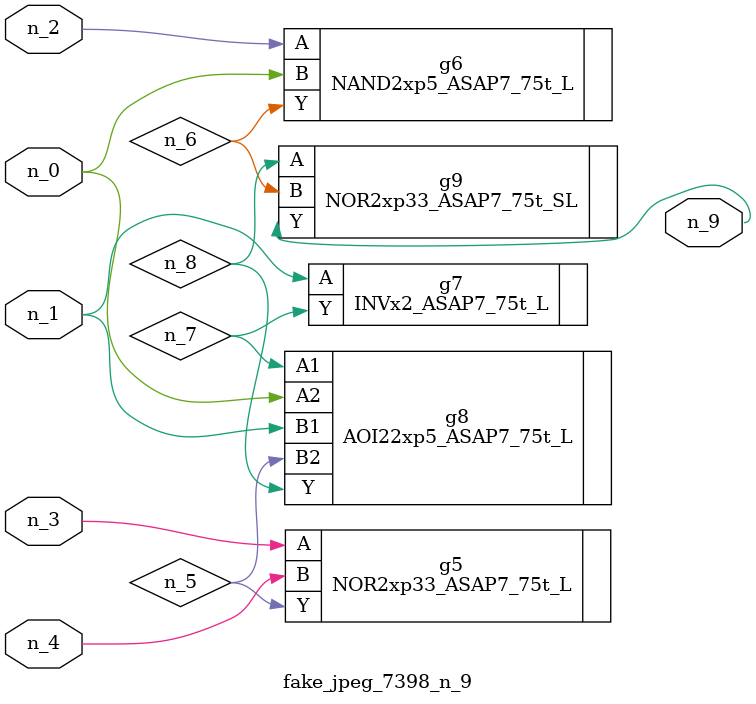
<source format=v>
module fake_jpeg_7398_n_9 (n_3, n_2, n_1, n_0, n_4, n_9);

input n_3;
input n_2;
input n_1;
input n_0;
input n_4;

output n_9;

wire n_8;
wire n_6;
wire n_5;
wire n_7;

NOR2xp33_ASAP7_75t_L g5 ( 
.A(n_3),
.B(n_4),
.Y(n_5)
);

NAND2xp5_ASAP7_75t_L g6 ( 
.A(n_2),
.B(n_0),
.Y(n_6)
);

INVx2_ASAP7_75t_L g7 ( 
.A(n_1),
.Y(n_7)
);

AOI22xp5_ASAP7_75t_L g8 ( 
.A1(n_7),
.A2(n_0),
.B1(n_1),
.B2(n_5),
.Y(n_8)
);

NOR2xp33_ASAP7_75t_SL g9 ( 
.A(n_8),
.B(n_6),
.Y(n_9)
);


endmodule
</source>
